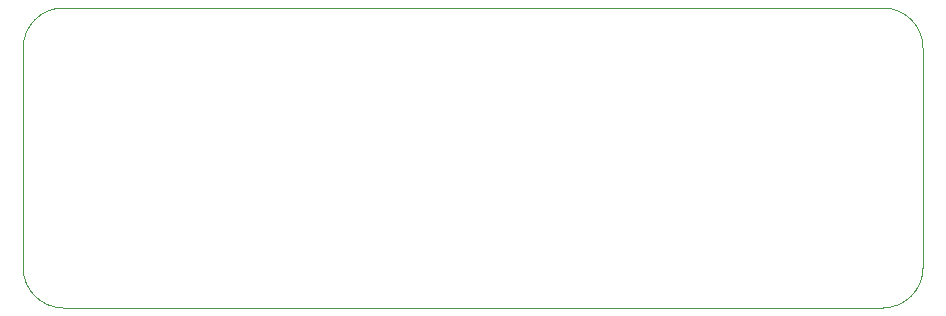
<source format=gbr>
%TF.GenerationSoftware,KiCad,Pcbnew,(6.0.7)*%
%TF.CreationDate,2022-11-15T19:19:08-05:00*%
%TF.ProjectId,4272Pwr_Sub_Dist,34323732-5077-4725-9f53-75625f446973,rev?*%
%TF.SameCoordinates,Original*%
%TF.FileFunction,Profile,NP*%
%FSLAX46Y46*%
G04 Gerber Fmt 4.6, Leading zero omitted, Abs format (unit mm)*
G04 Created by KiCad (PCBNEW (6.0.7)) date 2022-11-15 19:19:08*
%MOMM*%
%LPD*%
G01*
G04 APERTURE LIST*
%TA.AperFunction,Profile*%
%ADD10C,0.100000*%
%TD*%
G04 APERTURE END LIST*
D10*
X175095837Y-72695837D02*
X105704163Y-72695837D01*
X178495837Y-50704163D02*
X178495837Y-69295837D01*
X105704163Y-47304163D02*
X175095837Y-47304163D01*
X102304163Y-69295837D02*
X102304163Y-50704163D01*
X102304163Y-69295837D02*
G75*
G03*
X105704163Y-72695837I3400000J0D01*
G01*
X175095837Y-72695837D02*
G75*
G03*
X178495837Y-69295837I0J3400000D01*
G01*
X178495837Y-50704163D02*
G75*
G03*
X175095837Y-47304163I-3400000J0D01*
G01*
X105704163Y-47304163D02*
G75*
G03*
X102304163Y-50704163I0J-3400000D01*
G01*
M02*

</source>
